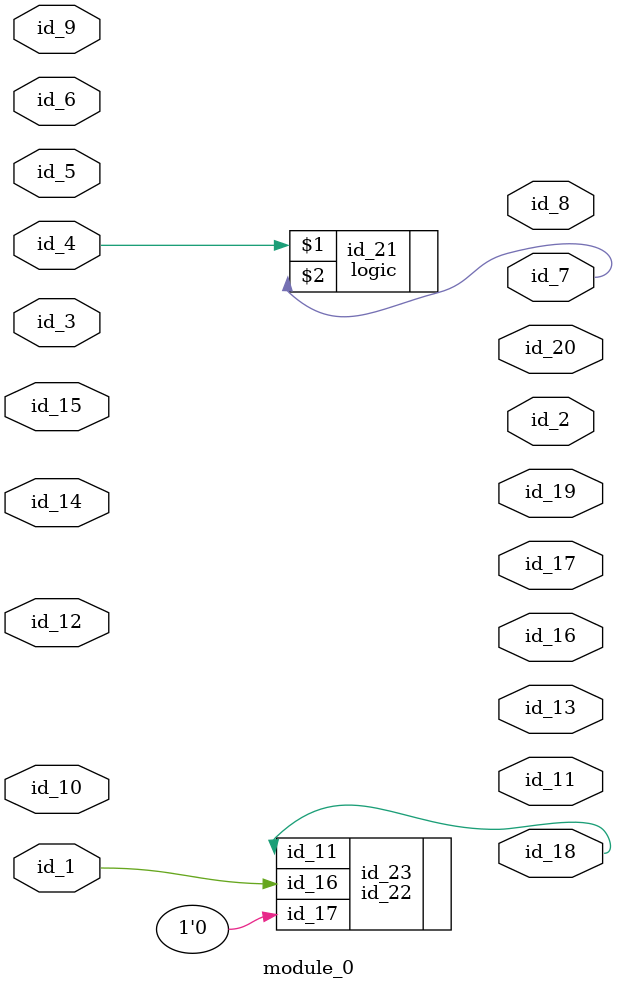
<source format=v>
`timescale 1 ps / 1ps
module module_0 (
    id_1,
    id_2,
    id_3,
    id_4,
    id_5,
    id_6,
    id_7,
    id_8,
    id_9,
    id_10,
    id_11,
    id_12,
    id_13,
    id_14,
    id_15,
    id_16,
    id_17,
    id_18,
    id_19,
    id_20
);
  output id_20;
  output id_19;
  output id_18;
  output id_17;
  output id_16;
  input id_15;
  input id_14;
  output id_13;
  input id_12;
  output id_11;
  input id_10;
  input id_9;
  output id_8;
  output id_7;
  input id_6;
  input id_5;
  input id_4;
  input id_3;
  output id_2;
  input id_1;
  logic id_21 (
      id_4,
      id_7
  );
  id_22 id_23 (
      .id_17(1'h0),
      .id_11(id_18),
      .id_16(id_1)
  );
endmodule

</source>
